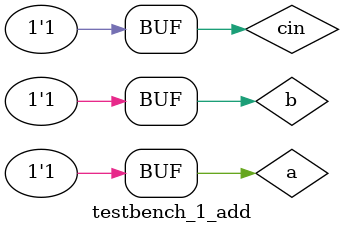
<source format=v>
`include "adder_1_bit.v"
`timescale 1ns / 1ps
module testbench_1_add;
reg a,b,cin;
wire cout,sum;
adder_1_bit add(a,b,cin,sum,cout);
initial begin
    $dumpfile("runfile.vcd");
    $dumpvars(0,testbench_1_add);
    a = 1'b0;
    b = 1'b0;
    cin = 1'b0;
end
initial begin
    $monitor("sum = ",sum," carry = ",cout);
    #5
    a = 1'b0;
    b = 1'b0;
    cin = 1'b1;
    #5
    a = 1'b0;
    b = 1'b1;
    cin = 1'b0;
    #5
    a = 1'b0;
    b = 1'b1;
    cin = 1'b1;
    #5
    a = 1'b1;
    b = 1'b0;
    cin = 1'b0;
    #5
    a = 1'b1;
    b = 1'b0;
    cin = 1'b1;
    #5
    a = 1'b1;
    b = 1'b1;
    cin = 1'b0;
    #5
    a = 1'b1;
    b = 1'b1;
    cin = 1'b1;
end
endmodule
</source>
